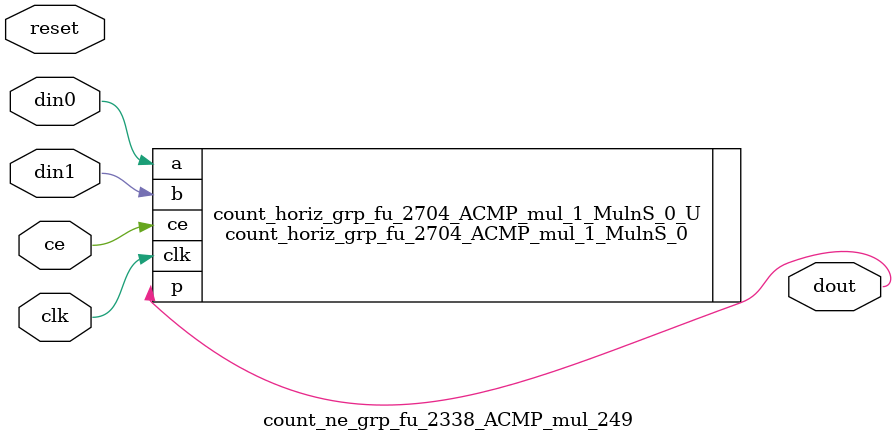
<source format=v>

`timescale 1 ns / 1 ps
module count_ne_grp_fu_2338_ACMP_mul_249(
    clk,
    reset,
    ce,
    din0,
    din1,
    dout);

parameter ID = 32'd1;
parameter NUM_STAGE = 32'd1;
parameter din0_WIDTH = 32'd1;
parameter din1_WIDTH = 32'd1;
parameter dout_WIDTH = 32'd1;
input clk;
input reset;
input ce;
input[din0_WIDTH - 1:0] din0;
input[din1_WIDTH - 1:0] din1;
output[dout_WIDTH - 1:0] dout;



count_horiz_grp_fu_2704_ACMP_mul_1_MulnS_0 count_horiz_grp_fu_2704_ACMP_mul_1_MulnS_0_U(
    .clk( clk ),
    .ce( ce ),
    .a( din0 ),
    .b( din1 ),
    .p( dout ));

endmodule

</source>
